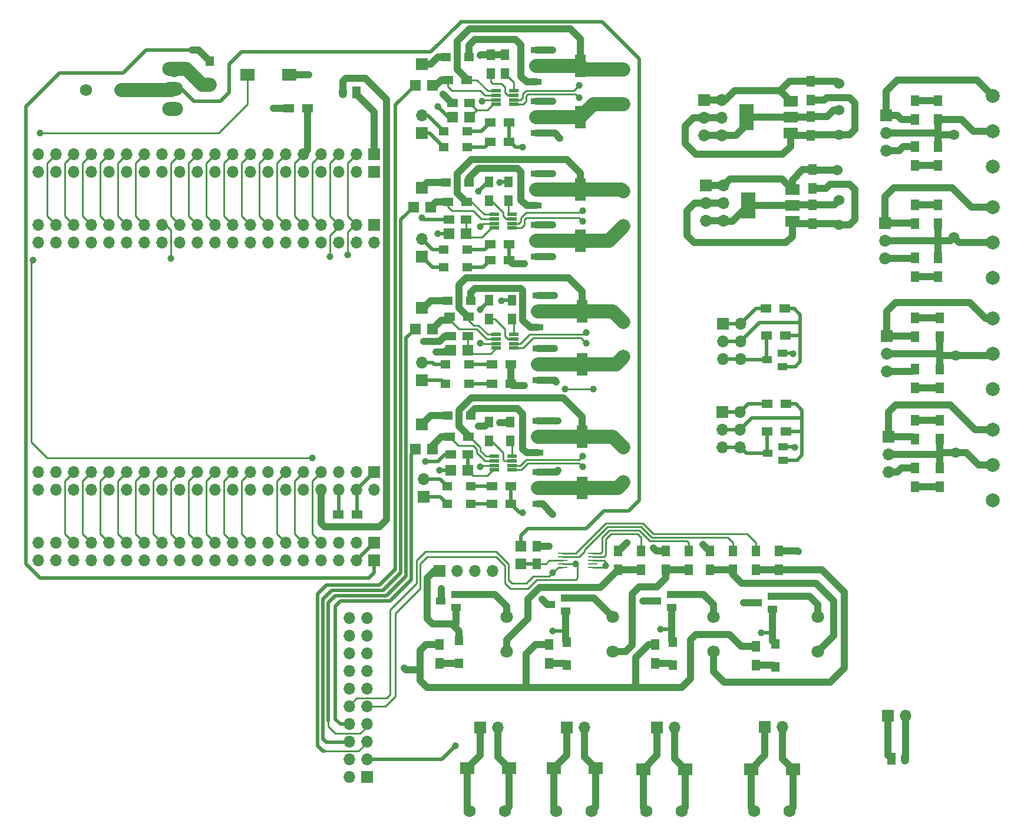
<source format=gbr>
G04 #@! TF.FileFunction,Copper,L1,Top,Signal*
%FSLAX46Y46*%
G04 Gerber Fmt 4.6, Leading zero omitted, Abs format (unit mm)*
G04 Created by KiCad (PCBNEW 4.0.7) date 11/06/17 02:09:46*
%MOMM*%
%LPD*%
G01*
G04 APERTURE LIST*
%ADD10C,0.100000*%
%ADD11R,1.500000X1.250000*%
%ADD12R,1.250000X1.500000*%
%ADD13R,1.300000X1.500000*%
%ADD14R,1.350000X1.200000*%
%ADD15R,1.200000X1.350000*%
%ADD16R,1.700000X1.700000*%
%ADD17O,1.700000X1.700000*%
%ADD18R,1.200000X1.700000*%
%ADD19O,1.200000X1.700000*%
%ADD20R,2.000000X3.800000*%
%ADD21R,2.000000X1.500000*%
%ADD22R,1.400000X1.000000*%
%ADD23R,1.625600X0.889000*%
%ADD24R,1.625600X3.175000*%
%ADD25R,1.500000X1.300000*%
%ADD26C,1.800000*%
%ADD27C,1.524000*%
%ADD28R,1.320800X0.508000*%
%ADD29R,1.422400X0.279400*%
%ADD30R,2.000000X1.800000*%
%ADD31O,3.000000X2.000000*%
%ADD32R,1.500000X1.500000*%
%ADD33C,1.750000*%
%ADD34C,2.000000*%
%ADD35C,1.000000*%
%ADD36C,1.000000*%
%ADD37C,0.500000*%
%ADD38C,0.254000*%
%ADD39C,0.250000*%
%ADD40C,2.000000*%
G04 APERTURE END LIST*
D10*
D11*
X87396000Y-33020000D03*
X89896000Y-33020000D03*
X86888000Y-49784000D03*
X89388000Y-49784000D03*
X87142000Y-66548000D03*
X89642000Y-66548000D03*
X87142000Y-83566000D03*
X89642000Y-83566000D03*
D12*
X99568000Y-99294000D03*
X99568000Y-96794000D03*
D13*
X157226000Y-35386000D03*
X157226000Y-32686000D03*
X157226000Y-50372000D03*
X157226000Y-47672000D03*
X157480000Y-66628000D03*
X157480000Y-63928000D03*
X157480000Y-81360000D03*
X157480000Y-78660000D03*
X157226000Y-41990000D03*
X157226000Y-39290000D03*
X157226000Y-57992000D03*
X157226000Y-55292000D03*
X157480000Y-73994000D03*
X157480000Y-71294000D03*
X157480000Y-88218000D03*
X157480000Y-85518000D03*
D14*
X86184000Y-37084000D03*
X89534000Y-37084000D03*
X86184000Y-54102000D03*
X89534000Y-54102000D03*
X86438000Y-70612000D03*
X89788000Y-70612000D03*
X86692000Y-88138000D03*
X90042000Y-88138000D03*
D15*
X88392000Y-110314000D03*
X88392000Y-113664000D03*
X103886000Y-110568000D03*
X103886000Y-113918000D03*
X119126000Y-110568000D03*
X119126000Y-113918000D03*
X133858000Y-110822000D03*
X133858000Y-114172000D03*
X52578000Y-30402000D03*
X52578000Y-27052000D03*
D14*
X89838000Y-26416000D03*
X86488000Y-26416000D03*
X89838000Y-44450000D03*
X86488000Y-44450000D03*
X90092000Y-61468000D03*
X86742000Y-61468000D03*
X90092000Y-77978000D03*
X86742000Y-77978000D03*
D16*
X75120500Y-129984500D03*
D17*
X72580500Y-129984500D03*
X75120500Y-127444500D03*
X72580500Y-127444500D03*
X75120500Y-124904500D03*
X72580500Y-124904500D03*
X75120500Y-122364500D03*
X72580500Y-122364500D03*
X75120500Y-119824500D03*
X72580500Y-119824500D03*
X75120500Y-117284500D03*
X72580500Y-117284500D03*
X75120500Y-114744500D03*
X72580500Y-114744500D03*
X75120500Y-112204500D03*
X72580500Y-112204500D03*
X75120500Y-109664500D03*
X72580500Y-109664500D03*
X75120500Y-107124500D03*
X72580500Y-107124500D03*
D16*
X149733000Y-34798000D03*
D17*
X149733000Y-37338000D03*
X149733000Y-39878000D03*
D16*
X149606000Y-50292000D03*
D17*
X149606000Y-52832000D03*
X149606000Y-55372000D03*
D16*
X149860000Y-66548000D03*
D17*
X149860000Y-69088000D03*
X149860000Y-71628000D03*
D16*
X150114000Y-81026000D03*
D17*
X150114000Y-83566000D03*
X150114000Y-86106000D03*
D16*
X123545600Y-32613600D03*
D17*
X126085600Y-32613600D03*
X123545600Y-35153600D03*
X126085600Y-35153600D03*
X123545600Y-37693600D03*
X126085600Y-37693600D03*
D16*
X123799600Y-44907200D03*
D17*
X126339600Y-44907200D03*
X123799600Y-47447200D03*
X126339600Y-47447200D03*
X123799600Y-49987200D03*
X126339600Y-49987200D03*
D16*
X126301500Y-64782700D03*
D17*
X128841500Y-64782700D03*
X126301500Y-67322700D03*
X128841500Y-67322700D03*
X126301500Y-69862700D03*
X128841500Y-69862700D03*
D16*
X126238000Y-77470000D03*
D17*
X128778000Y-77470000D03*
X126238000Y-80010000D03*
X128778000Y-80010000D03*
X126238000Y-82550000D03*
X128778000Y-82550000D03*
D16*
X76200000Y-40386000D03*
D17*
X73660000Y-40386000D03*
X71120000Y-40386000D03*
X68580000Y-40386000D03*
X66040000Y-40386000D03*
X63500000Y-40386000D03*
X60960000Y-40386000D03*
X58420000Y-40386000D03*
X55880000Y-40386000D03*
X53340000Y-40386000D03*
X50800000Y-40386000D03*
X48260000Y-40386000D03*
X45720000Y-40386000D03*
X43180000Y-40386000D03*
X40640000Y-40386000D03*
X38100000Y-40386000D03*
X35560000Y-40386000D03*
X33020000Y-40386000D03*
X30480000Y-40386000D03*
X27940000Y-40386000D03*
D16*
X76200000Y-42926000D03*
D17*
X73660000Y-42926000D03*
X71120000Y-42926000D03*
X68580000Y-42926000D03*
X66040000Y-42926000D03*
X63500000Y-42926000D03*
X60960000Y-42926000D03*
X58420000Y-42926000D03*
X55880000Y-42926000D03*
X53340000Y-42926000D03*
X50800000Y-42926000D03*
X48260000Y-42926000D03*
X45720000Y-42926000D03*
X43180000Y-42926000D03*
X40640000Y-42926000D03*
X38100000Y-42926000D03*
X35560000Y-42926000D03*
X33020000Y-42926000D03*
X30480000Y-42926000D03*
X27940000Y-42926000D03*
D16*
X76200000Y-50546000D03*
D17*
X76200000Y-53086000D03*
X73660000Y-50546000D03*
X73660000Y-53086000D03*
X71120000Y-50546000D03*
X71120000Y-53086000D03*
X68580000Y-50546000D03*
X68580000Y-53086000D03*
X66040000Y-50546000D03*
X66040000Y-53086000D03*
X63500000Y-50546000D03*
X63500000Y-53086000D03*
X60960000Y-50546000D03*
X60960000Y-53086000D03*
X58420000Y-50546000D03*
X58420000Y-53086000D03*
X55880000Y-50546000D03*
X55880000Y-53086000D03*
X53340000Y-50546000D03*
X53340000Y-53086000D03*
X50800000Y-50546000D03*
X50800000Y-53086000D03*
X48260000Y-50546000D03*
X48260000Y-53086000D03*
X45720000Y-50546000D03*
X45720000Y-53086000D03*
X43180000Y-50546000D03*
X43180000Y-53086000D03*
X40640000Y-50546000D03*
X40640000Y-53086000D03*
X38100000Y-50546000D03*
X38100000Y-53086000D03*
X35560000Y-50546000D03*
X35560000Y-53086000D03*
X33020000Y-50546000D03*
X33020000Y-53086000D03*
X30480000Y-50546000D03*
X30480000Y-53086000D03*
X27940000Y-50546000D03*
X27940000Y-53086000D03*
D16*
X76200000Y-96266000D03*
D17*
X73660000Y-96266000D03*
X71120000Y-96266000D03*
X68580000Y-96266000D03*
X66040000Y-96266000D03*
X63500000Y-96266000D03*
X60960000Y-96266000D03*
X58420000Y-96266000D03*
X55880000Y-96266000D03*
X53340000Y-96266000D03*
X50800000Y-96266000D03*
X48260000Y-96266000D03*
X45720000Y-96266000D03*
X43180000Y-96266000D03*
X40640000Y-96266000D03*
X38100000Y-96266000D03*
X35560000Y-96266000D03*
X33020000Y-96266000D03*
X30480000Y-96266000D03*
X27940000Y-96266000D03*
D16*
X76200000Y-98806000D03*
D17*
X73660000Y-98806000D03*
X71120000Y-98806000D03*
X68580000Y-98806000D03*
X66040000Y-98806000D03*
X63500000Y-98806000D03*
X60960000Y-98806000D03*
X58420000Y-98806000D03*
X55880000Y-98806000D03*
X53340000Y-98806000D03*
X50800000Y-98806000D03*
X48260000Y-98806000D03*
X45720000Y-98806000D03*
X43180000Y-98806000D03*
X40640000Y-98806000D03*
X38100000Y-98806000D03*
X35560000Y-98806000D03*
X33020000Y-98806000D03*
X30480000Y-98806000D03*
X27940000Y-98806000D03*
D16*
X76200000Y-86106000D03*
D17*
X76200000Y-88646000D03*
X73660000Y-86106000D03*
X73660000Y-88646000D03*
X71120000Y-86106000D03*
X71120000Y-88646000D03*
X68580000Y-86106000D03*
X68580000Y-88646000D03*
X66040000Y-86106000D03*
X66040000Y-88646000D03*
X63500000Y-86106000D03*
X63500000Y-88646000D03*
X60960000Y-86106000D03*
X60960000Y-88646000D03*
X58420000Y-86106000D03*
X58420000Y-88646000D03*
X55880000Y-86106000D03*
X55880000Y-88646000D03*
X53340000Y-86106000D03*
X53340000Y-88646000D03*
X50800000Y-86106000D03*
X50800000Y-88646000D03*
X48260000Y-86106000D03*
X48260000Y-88646000D03*
X45720000Y-86106000D03*
X45720000Y-88646000D03*
X43180000Y-86106000D03*
X43180000Y-88646000D03*
X40640000Y-86106000D03*
X40640000Y-88646000D03*
X38100000Y-86106000D03*
X38100000Y-88646000D03*
X35560000Y-86106000D03*
X35560000Y-88646000D03*
X33020000Y-86106000D03*
X33020000Y-88646000D03*
X30480000Y-86106000D03*
X30480000Y-88646000D03*
X27940000Y-86106000D03*
X27940000Y-88646000D03*
D18*
X73660000Y-31496000D03*
D19*
X71660000Y-31496000D03*
D16*
X83058000Y-37338000D03*
D17*
X83058000Y-34798000D03*
D16*
X83058000Y-55118000D03*
D17*
X83058000Y-52578000D03*
D16*
X83058000Y-72898000D03*
D17*
X83058000Y-70358000D03*
D16*
X83312000Y-89662000D03*
D17*
X83312000Y-87122000D03*
D16*
X85598000Y-100330000D03*
D17*
X88138000Y-100330000D03*
X90678000Y-100330000D03*
X93218000Y-100330000D03*
D20*
X129692000Y-35052000D03*
D21*
X135992000Y-35052000D03*
X135992000Y-32752000D03*
X135992000Y-37352000D03*
D20*
X129946000Y-47752000D03*
D21*
X136246000Y-47752000D03*
X136246000Y-45452000D03*
X136246000Y-50052000D03*
D22*
X132631000Y-69977000D03*
X134831000Y-69027000D03*
X134831000Y-70927000D03*
X132758000Y-83439000D03*
X134958000Y-82489000D03*
X134958000Y-84389000D03*
D23*
X99415600Y-32740600D03*
X99415600Y-35052000D03*
X99415600Y-37363400D03*
D24*
X105816400Y-35052000D03*
D23*
X99415600Y-50520600D03*
X99415600Y-52832000D03*
X99415600Y-55143400D03*
D24*
X105816400Y-52832000D03*
D23*
X99415600Y-25374600D03*
X99415600Y-27686000D03*
X99415600Y-29997400D03*
D24*
X105816400Y-27686000D03*
D23*
X99415600Y-43154600D03*
X99415600Y-45466000D03*
X99415600Y-47777400D03*
D24*
X105816400Y-45466000D03*
D23*
X99669600Y-68300600D03*
X99669600Y-70612000D03*
X99669600Y-72923400D03*
D24*
X106070400Y-70612000D03*
D23*
X99669600Y-86080600D03*
X99669600Y-88392000D03*
X99669600Y-90703400D03*
D24*
X106070400Y-88392000D03*
D23*
X99669600Y-60680600D03*
X99669600Y-62992000D03*
X99669600Y-65303400D03*
D24*
X106070400Y-62992000D03*
D23*
X99669600Y-78714600D03*
X99669600Y-81026000D03*
X99669600Y-83337400D03*
D24*
X106070400Y-81026000D03*
D22*
X85768000Y-104648000D03*
X87968000Y-103698000D03*
X87968000Y-105598000D03*
X101516000Y-105156000D03*
X103716000Y-104206000D03*
X103716000Y-106106000D03*
X116756000Y-104648000D03*
X118956000Y-103698000D03*
X118956000Y-105598000D03*
X131234000Y-104902000D03*
X133434000Y-103952000D03*
X133434000Y-105852000D03*
D13*
X153924000Y-32686000D03*
X153924000Y-35386000D03*
X153924000Y-47672000D03*
X153924000Y-50372000D03*
X153924000Y-63928000D03*
X153924000Y-66628000D03*
X153924000Y-78660000D03*
X153924000Y-81360000D03*
X153924000Y-39290000D03*
X153924000Y-41990000D03*
X153924000Y-55292000D03*
X153924000Y-57992000D03*
X153924000Y-71294000D03*
X153924000Y-73994000D03*
X153924000Y-85518000D03*
X153924000Y-88218000D03*
X138938000Y-37672000D03*
X138938000Y-34972000D03*
X138938000Y-29892000D03*
X138938000Y-32592000D03*
X139192000Y-50372000D03*
X139192000Y-47672000D03*
X139192000Y-42592000D03*
X139192000Y-45292000D03*
D25*
X135208000Y-62611000D03*
X132508000Y-62611000D03*
X132571500Y-66459100D03*
X135271500Y-66459100D03*
X135335000Y-76327000D03*
X132635000Y-76327000D03*
X132635000Y-80264000D03*
X135335000Y-80264000D03*
X71040000Y-92202000D03*
X73740000Y-92202000D03*
X92884000Y-35814000D03*
X95584000Y-35814000D03*
X92884000Y-53340000D03*
X95584000Y-53340000D03*
D26*
X112014000Y-33234000D03*
X112014000Y-28234000D03*
X112014000Y-50760000D03*
X112014000Y-45760000D03*
D25*
X89488000Y-29718000D03*
X86788000Y-29718000D03*
X89488000Y-47244000D03*
X86788000Y-47244000D03*
D13*
X92964000Y-28782000D03*
X92964000Y-26082000D03*
X92710000Y-47070000D03*
X92710000Y-44370000D03*
X94996000Y-28782000D03*
X94996000Y-26082000D03*
X95504000Y-47070000D03*
X95504000Y-44370000D03*
D25*
X93138000Y-70612000D03*
X95838000Y-70612000D03*
X93138000Y-88138000D03*
X95838000Y-88138000D03*
D26*
X112014000Y-69556000D03*
X112014000Y-64556000D03*
X112014000Y-87590000D03*
X112014000Y-82590000D03*
D25*
X89742000Y-63754000D03*
X87042000Y-63754000D03*
X89742000Y-81026000D03*
X87042000Y-81026000D03*
D13*
X92710000Y-64088000D03*
X92710000Y-61388000D03*
X92710000Y-81614000D03*
X92710000Y-78914000D03*
X96012000Y-64088000D03*
X96012000Y-61388000D03*
X95758000Y-81614000D03*
X95758000Y-78914000D03*
X85598000Y-113618000D03*
X85598000Y-110918000D03*
X101346000Y-113618000D03*
X101346000Y-110918000D03*
X116586000Y-113618000D03*
X116586000Y-110918000D03*
X131064000Y-113872000D03*
X131064000Y-111172000D03*
D26*
X95250000Y-106974000D03*
X95250000Y-111974000D03*
X110490000Y-106974000D03*
X110490000Y-111974000D03*
X124968000Y-106974000D03*
X124968000Y-111974000D03*
X139954000Y-106974000D03*
X139954000Y-111974000D03*
D13*
X111252000Y-97456000D03*
X111252000Y-100156000D03*
X118110000Y-97456000D03*
X118110000Y-100156000D03*
X134366000Y-97456000D03*
X134366000Y-100156000D03*
X124460000Y-97456000D03*
X124460000Y-100156000D03*
X114554000Y-100156000D03*
X114554000Y-97456000D03*
X121412000Y-100156000D03*
X121412000Y-97456000D03*
X131064000Y-100156000D03*
X131064000Y-97456000D03*
X127762000Y-100156000D03*
X127762000Y-97456000D03*
D27*
X159512000Y-37592000D03*
X159512000Y-52324000D03*
X159766000Y-69342000D03*
X159766000Y-83312000D03*
X143002000Y-37592000D03*
X143002000Y-50546000D03*
X143002000Y-34036000D03*
X143002000Y-30226000D03*
X143002000Y-46990000D03*
X142748000Y-42672000D03*
D28*
X93726000Y-31292800D03*
X93726000Y-31927800D03*
X93726000Y-32588200D03*
X93726000Y-33223200D03*
X96266000Y-33223200D03*
X96266000Y-32588200D03*
X96266000Y-31927800D03*
X96266000Y-31292800D03*
X93472000Y-49072800D03*
X93472000Y-49707800D03*
X93472000Y-50368200D03*
X93472000Y-51003200D03*
X96012000Y-51003200D03*
X96012000Y-50368200D03*
X96012000Y-49707800D03*
X96012000Y-49072800D03*
X93726000Y-66344800D03*
X93726000Y-66979800D03*
X93726000Y-67640200D03*
X93726000Y-68275200D03*
X96266000Y-68275200D03*
X96266000Y-67640200D03*
X96266000Y-66979800D03*
X96266000Y-66344800D03*
X93472000Y-83870800D03*
X93472000Y-84505800D03*
X93472000Y-85166200D03*
X93472000Y-85801200D03*
X96012000Y-85801200D03*
X96012000Y-85166200D03*
X96012000Y-84505800D03*
X96012000Y-83870800D03*
D29*
X107594400Y-99796600D03*
X107594400Y-99314000D03*
X107594400Y-98806000D03*
X107594400Y-98298000D03*
X107594400Y-97815400D03*
X103225600Y-97815400D03*
X103225600Y-98298000D03*
X103225600Y-98806000D03*
X103225600Y-99314000D03*
X103225600Y-99796600D03*
D14*
X86184000Y-39370000D03*
X89534000Y-39370000D03*
X86184000Y-56642000D03*
X89534000Y-56642000D03*
X86438000Y-73406000D03*
X89788000Y-73406000D03*
X86692000Y-90678000D03*
X90042000Y-90678000D03*
D25*
X92884000Y-38608000D03*
X95584000Y-38608000D03*
X92884000Y-55626000D03*
X95584000Y-55626000D03*
X93138000Y-73406000D03*
X95838000Y-73406000D03*
X93138000Y-90678000D03*
X95838000Y-90678000D03*
D16*
X116840000Y-122872500D03*
D17*
X119380000Y-122872500D03*
D16*
X91440000Y-122872500D03*
D17*
X93980000Y-122872500D03*
D16*
X103886000Y-122872500D03*
D17*
X106426000Y-122872500D03*
D16*
X132334000Y-122745500D03*
D17*
X134874000Y-122745500D03*
D16*
X83058000Y-27432000D03*
X83058000Y-45212000D03*
X83058000Y-62484000D03*
X83058000Y-79248000D03*
D30*
X114856000Y-128841500D03*
X120856000Y-128841500D03*
X89583000Y-128714500D03*
X95583000Y-128714500D03*
X102029000Y-128714500D03*
X108029000Y-128714500D03*
X130350000Y-128841500D03*
X136350000Y-128841500D03*
D31*
X47244000Y-33888000D03*
X47244000Y-30988000D03*
X47244000Y-28088000D03*
D30*
X57960000Y-28956000D03*
X63960000Y-28956000D03*
D32*
X87396000Y-35052000D03*
X89896000Y-35052000D03*
X86888000Y-51816000D03*
X89388000Y-51816000D03*
X87142000Y-68580000D03*
X89642000Y-68580000D03*
X87142000Y-85852000D03*
X89642000Y-85852000D03*
X97282000Y-96794000D03*
X97282000Y-99294000D03*
D18*
X150495000Y-127381000D03*
D19*
X152495000Y-127381000D03*
D16*
X149987000Y-121158000D03*
D17*
X152527000Y-121158000D03*
D25*
X63928000Y-33782000D03*
X66628000Y-33782000D03*
D33*
X34734500Y-31178500D03*
X39814500Y-31178500D03*
X115316000Y-134874000D03*
X120396000Y-134874000D03*
X89916000Y-134874000D03*
X94996000Y-134874000D03*
X102362000Y-134874000D03*
X107442000Y-134874000D03*
X130810000Y-134874000D03*
X135890000Y-134874000D03*
D32*
X84562000Y-30480000D03*
X82062000Y-30480000D03*
X84308000Y-48006000D03*
X81808000Y-48006000D03*
X84562000Y-65532000D03*
X82062000Y-65532000D03*
X84562000Y-82804000D03*
X82062000Y-82804000D03*
D34*
X165100000Y-32004000D03*
X165100000Y-37084000D03*
X165100000Y-42164000D03*
X165100000Y-48006000D03*
X165100000Y-53086000D03*
X165100000Y-58166000D03*
X165100000Y-64008000D03*
X165100000Y-69088000D03*
X165100000Y-74168000D03*
X165100000Y-80010000D03*
X165100000Y-85090000D03*
X165100000Y-90170000D03*
D35*
X101854000Y-92202000D03*
X101346000Y-96774000D03*
X46990000Y-55372000D03*
X61722000Y-33782000D03*
X66802000Y-28956000D03*
X94234000Y-78994000D03*
X83566000Y-84582000D03*
X91440000Y-85344000D03*
X102362000Y-73152000D03*
X83312000Y-67310000D03*
X91440000Y-67564000D03*
X94488000Y-61468000D03*
X83058000Y-49530000D03*
X101854000Y-55118000D03*
X91440000Y-50800000D03*
X94234000Y-44450000D03*
X86106000Y-31750000D03*
X102870000Y-38100000D03*
X91694000Y-32766000D03*
X91440000Y-26162000D03*
X85852000Y-102870000D03*
X109474000Y-99568000D03*
X100330000Y-104394000D03*
X112522000Y-96266000D03*
X116332000Y-97028000D03*
X114808000Y-104648000D03*
X123444000Y-96520000D03*
X129286000Y-104902000D03*
X137160000Y-97536000D03*
X82804000Y-112014000D03*
X80518000Y-114300000D03*
X97536000Y-91948000D03*
X85598000Y-85852000D03*
X97790000Y-73660000D03*
X85090000Y-68834000D03*
X85344000Y-51816000D03*
X97790000Y-56134000D03*
X91186000Y-45720000D03*
X97536000Y-39370000D03*
X85344000Y-33528000D03*
X101854000Y-25400000D03*
X101854000Y-43180000D03*
X102108000Y-60706000D03*
X102616000Y-78740000D03*
X101854000Y-108966000D03*
X117348000Y-108712000D03*
X131826000Y-109220000D03*
X87884000Y-125476000D03*
X106172000Y-83820000D03*
X106680000Y-66040000D03*
X106172000Y-48514000D03*
X105664000Y-30480000D03*
X91440000Y-62738000D03*
X105156000Y-99314000D03*
X103632000Y-74168000D03*
X107696000Y-74168000D03*
X106172000Y-85344000D03*
X106680000Y-67564000D03*
X106172000Y-50038000D03*
X105664000Y-32258000D03*
X91186000Y-79502000D03*
X101854000Y-100584000D03*
X69850000Y-55118000D03*
X72390000Y-54864000D03*
X136398000Y-69088000D03*
X136652000Y-82550000D03*
X27178000Y-55626000D03*
X28194000Y-37338000D03*
X67310000Y-84074000D03*
X101854000Y-32766000D03*
X101854000Y-50546000D03*
X102108000Y-68326000D03*
X102616000Y-85852000D03*
D36*
X99669600Y-90703400D02*
X100355400Y-90703400D01*
X100355400Y-90703400D02*
X101854000Y-92202000D01*
X99568000Y-96794000D02*
X99588000Y-96774000D01*
X99588000Y-96774000D02*
X101346000Y-96774000D01*
X73660000Y-31496000D02*
X73660000Y-31750000D01*
X73660000Y-31750000D02*
X76200000Y-34290000D01*
X76200000Y-34290000D02*
X76200000Y-40386000D01*
D37*
X86888000Y-49784000D02*
X83312000Y-49784000D01*
X83312000Y-49784000D02*
X83058000Y-49530000D01*
D38*
X45720000Y-50546000D02*
X46228000Y-50546000D01*
X46228000Y-50546000D02*
X46990000Y-51308000D01*
X46990000Y-51308000D02*
X46990000Y-55372000D01*
D37*
X73740000Y-92202000D02*
X73740000Y-88726000D01*
X73740000Y-88726000D02*
X73660000Y-88646000D01*
X73660000Y-88646000D02*
X76200000Y-86106000D01*
X73660000Y-98806000D02*
X76200000Y-96266000D01*
D36*
X63928000Y-33782000D02*
X61722000Y-33782000D01*
X63960000Y-28956000D02*
X66802000Y-28956000D01*
X95758000Y-78914000D02*
X95678000Y-78994000D01*
X95678000Y-78994000D02*
X94234000Y-78994000D01*
D37*
X87142000Y-83566000D02*
X86360000Y-83566000D01*
X86360000Y-83566000D02*
X85344000Y-84582000D01*
X85344000Y-84582000D02*
X83566000Y-84582000D01*
D38*
X93472000Y-85166200D02*
X91617800Y-85166200D01*
X91617800Y-85166200D02*
X91440000Y-85344000D01*
D36*
X99669600Y-72923400D02*
X102133400Y-72923400D01*
X102133400Y-72923400D02*
X102362000Y-73152000D01*
X87142000Y-66548000D02*
X86360000Y-66548000D01*
X86360000Y-66548000D02*
X85598000Y-67310000D01*
X85598000Y-67310000D02*
X83312000Y-67310000D01*
D39*
X93726000Y-67640200D02*
X91516200Y-67640200D01*
X91516200Y-67640200D02*
X91440000Y-67564000D01*
D37*
X96012000Y-61388000D02*
X94568000Y-61388000D01*
X94568000Y-61388000D02*
X94488000Y-61468000D01*
D36*
X99415600Y-55143400D02*
X101828600Y-55143400D01*
X101828600Y-55143400D02*
X101854000Y-55118000D01*
D38*
X93472000Y-50368200D02*
X91871800Y-50368200D01*
X91871800Y-50368200D02*
X91440000Y-50800000D01*
D37*
X95504000Y-44370000D02*
X94314000Y-44370000D01*
X94314000Y-44370000D02*
X94234000Y-44450000D01*
D36*
X87396000Y-33020000D02*
X87376000Y-33020000D01*
X87376000Y-33020000D02*
X86106000Y-31750000D01*
X99415600Y-37363400D02*
X102133400Y-37363400D01*
X102133400Y-37363400D02*
X102870000Y-38100000D01*
D39*
X93726000Y-32588200D02*
X91871800Y-32588200D01*
X91871800Y-32588200D02*
X91694000Y-32766000D01*
D38*
X91440000Y-26162000D02*
X91520000Y-26082000D01*
D36*
X92964000Y-26082000D02*
X91520000Y-26082000D01*
X91520000Y-26082000D02*
X91440000Y-26162000D01*
X92964000Y-26082000D02*
X94996000Y-26082000D01*
X85768000Y-104648000D02*
X85598000Y-104648000D01*
X85598000Y-104648000D02*
X85852000Y-104140000D01*
X85852000Y-104140000D02*
X85852000Y-102870000D01*
D39*
X107594400Y-99796600D02*
X109245400Y-99796600D01*
X109220000Y-98806000D02*
X109474000Y-99060000D01*
X109474000Y-99060000D02*
X109474000Y-99568000D01*
X109220000Y-98806000D02*
X107594400Y-98806000D01*
X109245400Y-99796600D02*
X109474000Y-99568000D01*
D36*
X101516000Y-105156000D02*
X101092000Y-105156000D01*
X101092000Y-105156000D02*
X100330000Y-104394000D01*
X111252000Y-97456000D02*
X111332000Y-97456000D01*
X111332000Y-97456000D02*
X112522000Y-96266000D01*
X118110000Y-97456000D02*
X116760000Y-97456000D01*
X116760000Y-97456000D02*
X116332000Y-97028000D01*
X116756000Y-104648000D02*
X114808000Y-104648000D01*
X124460000Y-97456000D02*
X124380000Y-97456000D01*
X124380000Y-97456000D02*
X123444000Y-96520000D01*
X131234000Y-104902000D02*
X129286000Y-104902000D01*
X134366000Y-97456000D02*
X137080000Y-97456000D01*
X137080000Y-97456000D02*
X137160000Y-97536000D01*
X150114000Y-86106000D02*
X151384000Y-86106000D01*
X151972000Y-85518000D02*
X153924000Y-85518000D01*
X151384000Y-86106000D02*
X151972000Y-85518000D01*
X149860000Y-71628000D02*
X153590000Y-71628000D01*
X153590000Y-71628000D02*
X153924000Y-71294000D01*
X149606000Y-55372000D02*
X153844000Y-55372000D01*
X153844000Y-55372000D02*
X153924000Y-55292000D01*
X149733000Y-39878000D02*
X151638000Y-39878000D01*
X152226000Y-39290000D02*
X153924000Y-39290000D01*
X151638000Y-39878000D02*
X152226000Y-39290000D01*
D39*
X89896000Y-35052000D02*
X90912000Y-34036000D01*
X93726000Y-33223200D02*
X93268800Y-33223200D01*
X93268800Y-33223200D02*
X92456000Y-34036000D01*
X92456000Y-34036000D02*
X90912000Y-34036000D01*
X90912000Y-34036000D02*
X89896000Y-33020000D01*
D38*
X89388000Y-51816000D02*
X89408000Y-51816000D01*
X89408000Y-51816000D02*
X89916000Y-52324000D01*
X89916000Y-52324000D02*
X91694000Y-52324000D01*
X91694000Y-52324000D02*
X93014800Y-51003200D01*
X93014800Y-51003200D02*
X93472000Y-51003200D01*
X89388000Y-49784000D02*
X89388000Y-51816000D01*
X89642000Y-68580000D02*
X89916000Y-68580000D01*
X89916000Y-68580000D02*
X90424000Y-69088000D01*
X90424000Y-69088000D02*
X92913200Y-69088000D01*
X92913200Y-69088000D02*
X93726000Y-68275200D01*
X89642000Y-66548000D02*
X89642000Y-68580000D01*
D37*
X89642000Y-83566000D02*
X89642000Y-85852000D01*
D39*
X93472000Y-85801200D02*
X93268800Y-85801200D01*
X93268800Y-85801200D02*
X92456000Y-86614000D01*
X92456000Y-86614000D02*
X90404000Y-86614000D01*
X90404000Y-86614000D02*
X89642000Y-85852000D01*
D37*
X88580002Y-21401998D02*
X88646000Y-21336000D01*
X109220000Y-91694000D02*
X112776000Y-91694000D01*
X106680000Y-94234000D02*
X109220000Y-91694000D01*
X98298000Y-94234000D02*
X106680000Y-94234000D01*
X97282000Y-95250000D02*
X98298000Y-94234000D01*
X97282000Y-96794000D02*
X97282000Y-95250000D01*
X50292000Y-32766000D02*
X48514000Y-30988000D01*
X54102000Y-32766000D02*
X50292000Y-32766000D01*
X55372000Y-31496000D02*
X54102000Y-32766000D01*
X55372000Y-27432000D02*
X55372000Y-31496000D01*
X57150000Y-25654000D02*
X55372000Y-27432000D01*
X84328000Y-25654000D02*
X57150000Y-25654000D01*
X88580002Y-21401998D02*
X84328000Y-25654000D01*
X114300000Y-26670000D02*
X109031998Y-21401998D01*
X114300000Y-90170000D02*
X112776000Y-91694000D01*
X114300000Y-26670000D02*
X114300000Y-90170000D01*
X108966000Y-21336000D02*
X109031998Y-21401998D01*
X88646000Y-21336000D02*
X108966000Y-21336000D01*
X48514000Y-30988000D02*
X47244000Y-30988000D01*
D40*
X47244000Y-30988000D02*
X47053500Y-31178500D01*
X47053500Y-31178500D02*
X39814500Y-31178500D01*
D36*
X159512000Y-37592000D02*
X157480000Y-37592000D01*
X157480000Y-37592000D02*
X157226000Y-37338000D01*
X149733000Y-37338000D02*
X157226000Y-37338000D01*
X157226000Y-38782000D02*
X157226000Y-37338000D01*
X157226000Y-37338000D02*
X157226000Y-35386000D01*
X157226000Y-35386000D02*
X160608000Y-35386000D01*
X162306000Y-37084000D02*
X165100000Y-37084000D01*
X160608000Y-35386000D02*
X162306000Y-37084000D01*
X153924000Y-32686000D02*
X157226000Y-32686000D01*
X165100000Y-53086000D02*
X160274000Y-53086000D01*
X160274000Y-53086000D02*
X159512000Y-52324000D01*
X157226000Y-52832000D02*
X159004000Y-52832000D01*
X159004000Y-52832000D02*
X159512000Y-52324000D01*
X149606000Y-52832000D02*
X157226000Y-52832000D01*
X157226000Y-52832000D02*
X157226000Y-52578000D01*
X157226000Y-50372000D02*
X157226000Y-52578000D01*
X157226000Y-52578000D02*
X157226000Y-55292000D01*
X153924000Y-47672000D02*
X157226000Y-47672000D01*
X159766000Y-69342000D02*
X164846000Y-69342000D01*
X164846000Y-69342000D02*
X165100000Y-69088000D01*
X149860000Y-69088000D02*
X157226000Y-69088000D01*
X157226000Y-69088000D02*
X157480000Y-69342000D01*
X157480000Y-69342000D02*
X159766000Y-69342000D01*
X157480000Y-66628000D02*
X157480000Y-69342000D01*
X157480000Y-69342000D02*
X157480000Y-71294000D01*
X153924000Y-63928000D02*
X157480000Y-63928000D01*
X159766000Y-83312000D02*
X161290000Y-83312000D01*
X163068000Y-85090000D02*
X165100000Y-85090000D01*
X161290000Y-83312000D02*
X163068000Y-85090000D01*
X159766000Y-83312000D02*
X157734000Y-83312000D01*
X157734000Y-83312000D02*
X157480000Y-83566000D01*
X157480000Y-83566000D02*
X150114000Y-83566000D01*
X157480000Y-81360000D02*
X157480000Y-83566000D01*
X157480000Y-83566000D02*
X157480000Y-85010000D01*
X153924000Y-78660000D02*
X157480000Y-78660000D01*
X153924000Y-41990000D02*
X157226000Y-41990000D01*
X153924000Y-57992000D02*
X157226000Y-57992000D01*
X153924000Y-73994000D02*
X157480000Y-73994000D01*
X153924000Y-88218000D02*
X157480000Y-88218000D01*
X66628000Y-33782000D02*
X66628000Y-39798000D01*
X66628000Y-39798000D02*
X66040000Y-40386000D01*
X82804000Y-112014000D02*
X82804000Y-111760000D01*
X80518000Y-114300000D02*
X80772000Y-114554000D01*
X80772000Y-114554000D02*
X82804000Y-114554000D01*
D38*
X66040000Y-40386000D02*
X64770000Y-41656000D01*
X64770000Y-41656000D02*
X64770000Y-49276000D01*
X64770000Y-49276000D02*
X66040000Y-50546000D01*
D37*
X95838000Y-88138000D02*
X95838000Y-90678000D01*
X95838000Y-90678000D02*
X97108000Y-91948000D01*
X97108000Y-91948000D02*
X97536000Y-91948000D01*
X87142000Y-85852000D02*
X85598000Y-85852000D01*
D36*
X95838000Y-70612000D02*
X95838000Y-73406000D01*
X95838000Y-73406000D02*
X96092000Y-73660000D01*
X96092000Y-73660000D02*
X97790000Y-73660000D01*
X87142000Y-68580000D02*
X86614000Y-68580000D01*
X86614000Y-68580000D02*
X86360000Y-68834000D01*
X86360000Y-68834000D02*
X85090000Y-68834000D01*
X95584000Y-55626000D02*
X96092000Y-56134000D01*
X96092000Y-56134000D02*
X97790000Y-56134000D01*
D37*
X86888000Y-51816000D02*
X85344000Y-51816000D01*
X95584000Y-53340000D02*
X95584000Y-55626000D01*
X95584000Y-55626000D02*
X95838000Y-55880000D01*
X92710000Y-44370000D02*
X92536000Y-44370000D01*
X92536000Y-44370000D02*
X91186000Y-45720000D01*
X95584000Y-38608000D02*
X95758000Y-38608000D01*
X95758000Y-38608000D02*
X96520000Y-39370000D01*
X96520000Y-39370000D02*
X97536000Y-39370000D01*
X95584000Y-35814000D02*
X95584000Y-38608000D01*
X87396000Y-35052000D02*
X86868000Y-35052000D01*
X86868000Y-35052000D02*
X85344000Y-33528000D01*
D36*
X116586000Y-110918000D02*
X115650000Y-110918000D01*
X113792000Y-112776000D02*
X113792000Y-117094000D01*
X115650000Y-110918000D02*
X113792000Y-112776000D01*
X101346000Y-110918000D02*
X99394000Y-110918000D01*
X98044000Y-112268000D02*
X98044000Y-117094000D01*
X99394000Y-110918000D02*
X98044000Y-112268000D01*
X131064000Y-111172000D02*
X128952000Y-111172000D01*
X83646000Y-110918000D02*
X85598000Y-110918000D01*
X82804000Y-111760000D02*
X83646000Y-110918000D01*
X82804000Y-116078000D02*
X82804000Y-114554000D01*
X82804000Y-114554000D02*
X82804000Y-111760000D01*
X83820000Y-117094000D02*
X82804000Y-116078000D01*
X120396000Y-117094000D02*
X113792000Y-117094000D01*
X113792000Y-117094000D02*
X98044000Y-117094000D01*
X98044000Y-117094000D02*
X83820000Y-117094000D01*
X121666000Y-115824000D02*
X120396000Y-117094000D01*
X121666000Y-110236000D02*
X121666000Y-115824000D01*
X122428000Y-109474000D02*
X121666000Y-110236000D01*
X127254000Y-109474000D02*
X122428000Y-109474000D01*
X128952000Y-111172000D02*
X127254000Y-109474000D01*
X99415600Y-25374600D02*
X101828600Y-25374600D01*
X101828600Y-25374600D02*
X101854000Y-25400000D01*
D37*
X83058000Y-34798000D02*
X83898000Y-34798000D01*
X83898000Y-34798000D02*
X86184000Y-37084000D01*
X89534000Y-37084000D02*
X91614000Y-37084000D01*
X91614000Y-37084000D02*
X92884000Y-35814000D01*
D36*
X99415600Y-43154600D02*
X101828600Y-43154600D01*
X101828600Y-43154600D02*
X101854000Y-43180000D01*
D37*
X86184000Y-54102000D02*
X84582000Y-54102000D01*
X84582000Y-54102000D02*
X83058000Y-52578000D01*
X89534000Y-54102000D02*
X92122000Y-54102000D01*
X92122000Y-54102000D02*
X92884000Y-53340000D01*
D36*
X99669600Y-60680600D02*
X102082600Y-60680600D01*
X102082600Y-60680600D02*
X102108000Y-60706000D01*
D37*
X83058000Y-70358000D02*
X84582000Y-70358000D01*
X84582000Y-70358000D02*
X84836000Y-70612000D01*
X84836000Y-70612000D02*
X86438000Y-70612000D01*
X89788000Y-70612000D02*
X93138000Y-70612000D01*
D36*
X99669600Y-78714600D02*
X102590600Y-78714600D01*
X102590600Y-78714600D02*
X102616000Y-78740000D01*
D37*
X83312000Y-87122000D02*
X85676000Y-87122000D01*
X85676000Y-87122000D02*
X86692000Y-88138000D01*
X90042000Y-88138000D02*
X93138000Y-88138000D01*
D36*
X88392000Y-110314000D02*
X88392000Y-108966000D01*
X88392000Y-108966000D02*
X87376000Y-107950000D01*
X85598000Y-100330000D02*
X84836000Y-100330000D01*
X84836000Y-100330000D02*
X83820000Y-101346000D01*
X83820000Y-101346000D02*
X83820000Y-107188000D01*
X83820000Y-107188000D02*
X84582000Y-107950000D01*
X84582000Y-107950000D02*
X87376000Y-107950000D01*
X87376000Y-107950000D02*
X87884000Y-107950000D01*
X87884000Y-107950000D02*
X87968000Y-107866000D01*
X87968000Y-107866000D02*
X87968000Y-105598000D01*
X85598000Y-113618000D02*
X88346000Y-113618000D01*
X88346000Y-113618000D02*
X88392000Y-113664000D01*
D37*
X101854000Y-108966000D02*
X103716000Y-108966000D01*
D36*
X103716000Y-106106000D02*
X103716000Y-108966000D01*
X103716000Y-108966000D02*
X103716000Y-110398000D01*
X103716000Y-110398000D02*
X103886000Y-110568000D01*
X101346000Y-113618000D02*
X103586000Y-113618000D01*
X103586000Y-113618000D02*
X103886000Y-113918000D01*
D37*
X118956000Y-108712000D02*
X117348000Y-108712000D01*
D36*
X118956000Y-105598000D02*
X118956000Y-108712000D01*
X118956000Y-108712000D02*
X118956000Y-110398000D01*
X118956000Y-110398000D02*
X119126000Y-110568000D01*
X116586000Y-113618000D02*
X118826000Y-113618000D01*
X118826000Y-113618000D02*
X119126000Y-113918000D01*
D37*
X131826000Y-109220000D02*
X133434000Y-109220000D01*
D36*
X133434000Y-105852000D02*
X133434000Y-109220000D01*
X133434000Y-109220000D02*
X133434000Y-110398000D01*
X133434000Y-110398000D02*
X133858000Y-110822000D01*
X131064000Y-113872000D02*
X133558000Y-113872000D01*
X133558000Y-113872000D02*
X133858000Y-114172000D01*
X50038000Y-25400000D02*
X50926000Y-25400000D01*
X50926000Y-25400000D02*
X52578000Y-27052000D01*
D37*
X76200000Y-98806000D02*
X76200000Y-100584000D01*
X76200000Y-100584000D02*
X75438000Y-101346000D01*
X75438000Y-101346000D02*
X28194000Y-101346000D01*
X28194000Y-101346000D02*
X26162000Y-99314000D01*
X26162000Y-99314000D02*
X26162000Y-33528000D01*
X26162000Y-33528000D02*
X30988000Y-28702000D01*
X30988000Y-28702000D02*
X40132000Y-28702000D01*
X40132000Y-28702000D02*
X43434000Y-25400000D01*
X43434000Y-25400000D02*
X50038000Y-25400000D01*
D36*
X99415600Y-29997400D02*
X98069400Y-29997400D01*
X98069400Y-29997400D02*
X97282000Y-29210000D01*
X97282000Y-29210000D02*
X97282000Y-24638000D01*
X97282000Y-24638000D02*
X96520000Y-23876000D01*
X96520000Y-23876000D02*
X90678000Y-23876000D01*
X90678000Y-23876000D02*
X89838000Y-24716000D01*
X89838000Y-24716000D02*
X89838000Y-26416000D01*
X89838000Y-44450000D02*
X89838000Y-43766000D01*
X89838000Y-43766000D02*
X91186000Y-42418000D01*
X91186000Y-42418000D02*
X96774000Y-42418000D01*
X96774000Y-42418000D02*
X97282000Y-42926000D01*
X97282000Y-42926000D02*
X97282000Y-46990000D01*
X97282000Y-46990000D02*
X98069400Y-47777400D01*
X98069400Y-47777400D02*
X99415600Y-47777400D01*
X90092000Y-60276000D02*
X90678000Y-59690000D01*
X99669600Y-65303400D02*
X98577400Y-65303400D01*
X97536000Y-64262000D02*
X98577400Y-65303400D01*
X97536000Y-59944000D02*
X97536000Y-64262000D01*
X90092000Y-60276000D02*
X90092000Y-61468000D01*
X97282000Y-59690000D02*
X97536000Y-59944000D01*
X90678000Y-59690000D02*
X97282000Y-59690000D01*
X90092000Y-77978000D02*
X90092000Y-77548000D01*
X90092000Y-77548000D02*
X90678000Y-76962000D01*
X90678000Y-76962000D02*
X96774000Y-76962000D01*
X96774000Y-76962000D02*
X97536000Y-77724000D01*
X97536000Y-77724000D02*
X97536000Y-82804000D01*
X97536000Y-82804000D02*
X98069400Y-83337400D01*
X98069400Y-83337400D02*
X99669600Y-83337400D01*
X95250000Y-111974000D02*
X95250000Y-110236000D01*
X108712000Y-102696000D02*
X99996000Y-102696000D01*
X99996000Y-102696000D02*
X98298000Y-104394000D01*
X108712000Y-102696000D02*
X111252000Y-100156000D01*
X98298000Y-107188000D02*
X98298000Y-104394000D01*
X95250000Y-110236000D02*
X98298000Y-107188000D01*
X111252000Y-100156000D02*
X114554000Y-100156000D01*
X118110000Y-100156000D02*
X121412000Y-100156000D01*
X118110000Y-100156000D02*
X118110000Y-101346000D01*
X112308000Y-111974000D02*
X110490000Y-111974000D01*
X113284000Y-110998000D02*
X112308000Y-111974000D01*
X113284000Y-103632000D02*
X113284000Y-110998000D01*
X114300000Y-102616000D02*
X113284000Y-103632000D01*
X116840000Y-102616000D02*
X114300000Y-102616000D01*
X118110000Y-101346000D02*
X116840000Y-102616000D01*
D37*
X75120500Y-127444500D02*
X85915500Y-127444500D01*
X85915500Y-127444500D02*
X87884000Y-125476000D01*
D36*
X134366000Y-100156000D02*
X140542000Y-100156000D01*
X143764000Y-114300000D02*
X141732000Y-116332000D01*
X141732000Y-116332000D02*
X126492000Y-116332000D01*
X126492000Y-116332000D02*
X124968000Y-114808000D01*
X124968000Y-114808000D02*
X124968000Y-111974000D01*
X143764000Y-103378000D02*
X143764000Y-114300000D01*
X140542000Y-100156000D02*
X143764000Y-103378000D01*
X131064000Y-100156000D02*
X134366000Y-100156000D01*
X127762000Y-100156000D02*
X127762000Y-100838000D01*
X127762000Y-100838000D02*
X129032000Y-102108000D01*
X129032000Y-102108000D02*
X139700000Y-102108000D01*
X139700000Y-102108000D02*
X142240000Y-104648000D01*
X142240000Y-104648000D02*
X142240000Y-109688000D01*
X142240000Y-109688000D02*
X139954000Y-111974000D01*
X124460000Y-100156000D02*
X127762000Y-100156000D01*
D37*
X79248000Y-100076000D02*
X76962000Y-102362000D01*
X76962000Y-102362000D02*
X75946000Y-102362000D01*
X69215000Y-102489000D02*
X69342000Y-102362000D01*
X69342000Y-102362000D02*
X75946000Y-102362000D01*
X68072000Y-125476000D02*
X68072000Y-103632000D01*
X79248000Y-33294000D02*
X79248000Y-100076000D01*
X79248000Y-33294000D02*
X82062000Y-30480000D01*
X79248000Y-100076000D02*
X79248000Y-100076000D01*
X68072000Y-103632000D02*
X69215000Y-102489000D01*
X69215000Y-102489000D02*
X69280002Y-102423998D01*
D38*
X75120500Y-124904500D02*
X75120500Y-125031500D01*
X75120500Y-125031500D02*
X73914000Y-126238000D01*
X73914000Y-126238000D02*
X69088000Y-126238000D01*
D37*
X69088000Y-126238000D02*
X68834000Y-126238000D01*
X68834000Y-126238000D02*
X68072000Y-125476000D01*
X80010000Y-99568000D02*
X80010000Y-100584000D01*
X77470000Y-103124000D02*
X78740000Y-101854000D01*
X78740000Y-101854000D02*
X79756000Y-100838000D01*
X79756000Y-100838000D02*
X80010000Y-100584000D01*
X77216000Y-103124000D02*
X70104000Y-103124000D01*
X68834000Y-124460000D02*
X68834000Y-104394000D01*
X68834000Y-104394000D02*
X70104000Y-103124000D01*
X69342000Y-124968000D02*
X72517000Y-124968000D01*
X69342000Y-124968000D02*
X68834000Y-124460000D01*
X77216000Y-103124000D02*
X77470000Y-103124000D01*
X80010000Y-49804000D02*
X80010000Y-99568000D01*
X80010000Y-99568000D02*
X80010000Y-100330000D01*
X80010000Y-49804000D02*
X81808000Y-48006000D01*
X72580500Y-124904500D02*
X72517000Y-124968000D01*
X77724000Y-103886000D02*
X77978000Y-103886000D01*
X69596000Y-104902000D02*
X70612000Y-103886000D01*
X69596000Y-121920000D02*
X69596000Y-104902000D01*
D38*
X69596000Y-122682000D02*
X69596000Y-121920000D01*
D39*
X70612000Y-123698000D02*
X69596000Y-122682000D01*
X74168000Y-123698000D02*
X70612000Y-123698000D01*
X75120500Y-122745500D02*
X74168000Y-123698000D01*
D37*
X70612000Y-103886000D02*
X77724000Y-103886000D01*
X80772000Y-101092000D02*
X80772000Y-100584000D01*
X77978000Y-103886000D02*
X80772000Y-101092000D01*
X75120500Y-122364500D02*
X75120500Y-122745500D01*
X80772000Y-100838000D02*
X80772000Y-100584000D01*
X80772000Y-100584000D02*
X80772000Y-66822000D01*
X80772000Y-66822000D02*
X82062000Y-65532000D01*
X78486000Y-104648000D02*
X81534000Y-101600000D01*
X82062000Y-83038000D02*
X81534000Y-83566000D01*
X81534000Y-101346000D02*
X81534000Y-83566000D01*
X71374000Y-104648000D02*
X78232000Y-104648000D01*
X70612000Y-121666000D02*
X70612000Y-105410000D01*
X70612000Y-105410000D02*
X71374000Y-104648000D01*
X71310500Y-122364500D02*
X72580500Y-122364500D01*
X71310500Y-122364500D02*
X70612000Y-121666000D01*
X78486000Y-104648000D02*
X78232000Y-104648000D01*
X81534000Y-101600000D02*
X81534000Y-101346000D01*
X82062000Y-82804000D02*
X82062000Y-83038000D01*
D38*
X79248000Y-118364000D02*
X79248000Y-106426000D01*
X79248000Y-106426000D02*
X82804000Y-102870000D01*
X82804000Y-102870000D02*
X82804000Y-99314000D01*
X82804000Y-99314000D02*
X83820000Y-98298000D01*
X83820000Y-98298000D02*
X93726000Y-98298000D01*
X105156000Y-99314000D02*
X105410000Y-99568000D01*
X105410000Y-99568000D02*
X105410000Y-101346000D01*
X98298000Y-102870000D02*
X99568000Y-101600000D01*
X99568000Y-101600000D02*
X105156000Y-101600000D01*
X105156000Y-101600000D02*
X105410000Y-101346000D01*
X95758000Y-102870000D02*
X98298000Y-102870000D01*
X93726000Y-98298000D02*
X94996000Y-99568000D01*
X94996000Y-99568000D02*
X94996000Y-102108000D01*
X94996000Y-102108000D02*
X95758000Y-102870000D01*
X75120500Y-119824500D02*
X77787500Y-119824500D01*
X77787500Y-119824500D02*
X79248000Y-118364000D01*
X96012000Y-85166200D02*
X97205800Y-85166200D01*
X97205800Y-85166200D02*
X98044000Y-84328000D01*
X98044000Y-84328000D02*
X105664000Y-84328000D01*
X105664000Y-84328000D02*
X106172000Y-83820000D01*
X96266000Y-67640200D02*
X97205800Y-67640200D01*
X97205800Y-67640200D02*
X98552000Y-66294000D01*
X98552000Y-66294000D02*
X106426000Y-66294000D01*
X106426000Y-66294000D02*
X106680000Y-66040000D01*
X96012000Y-50368200D02*
X96951800Y-50368200D01*
X96951800Y-50368200D02*
X97282000Y-50038000D01*
X97282000Y-50038000D02*
X97282000Y-49530000D01*
X97282000Y-49530000D02*
X98044000Y-48768000D01*
X98044000Y-48768000D02*
X105918000Y-48768000D01*
X105918000Y-48768000D02*
X106172000Y-48514000D01*
X96266000Y-32588200D02*
X97205800Y-32588200D01*
X97205800Y-32588200D02*
X97536000Y-32258000D01*
X97536000Y-32258000D02*
X97536000Y-31750000D01*
X97536000Y-31750000D02*
X98044000Y-31242000D01*
X98044000Y-31242000D02*
X104902000Y-31242000D01*
X104902000Y-31242000D02*
X105664000Y-30480000D01*
D37*
X92710000Y-61388000D02*
X92710000Y-61468000D01*
X92710000Y-61468000D02*
X91440000Y-62738000D01*
D39*
X103225600Y-99314000D02*
X105156000Y-99314000D01*
X97790000Y-49784000D02*
X98044000Y-49530000D01*
D38*
X97790000Y-50546000D02*
X97790000Y-49784000D01*
X97332800Y-51003200D02*
X97790000Y-50546000D01*
X96012000Y-51003200D02*
X97332800Y-51003200D01*
D39*
X105664000Y-49530000D02*
X106172000Y-50038000D01*
X103124000Y-49530000D02*
X105664000Y-49530000D01*
X98044000Y-49530000D02*
X103124000Y-49530000D01*
D38*
X83566000Y-97536000D02*
X93726000Y-97536000D01*
X78486000Y-118110000D02*
X78486000Y-105918000D01*
X78486000Y-105918000D02*
X82296000Y-102108000D01*
X82296000Y-102108000D02*
X82296000Y-98806000D01*
X82296000Y-98806000D02*
X83566000Y-97536000D01*
D39*
X103225600Y-99796600D02*
X102641400Y-99796600D01*
X102641400Y-99796600D02*
X101854000Y-100584000D01*
X96012000Y-102108000D02*
X98044000Y-102108000D01*
X98044000Y-102108000D02*
X99060000Y-101092000D01*
X99060000Y-101092000D02*
X101346000Y-101092000D01*
X101346000Y-101092000D02*
X101854000Y-100584000D01*
D38*
X93726000Y-97536000D02*
X95504000Y-99314000D01*
X95504000Y-99314000D02*
X95504000Y-101600000D01*
X95504000Y-101600000D02*
X96012000Y-102108000D01*
X72580500Y-119824500D02*
X72580500Y-119697500D01*
X72580500Y-119697500D02*
X73660000Y-118618000D01*
X73660000Y-118618000D02*
X77978000Y-118618000D01*
X77978000Y-118618000D02*
X78486000Y-118110000D01*
X103632000Y-74168000D02*
X107696000Y-74168000D01*
X96012000Y-85801200D02*
X97332800Y-85801200D01*
X97332800Y-85801200D02*
X98298000Y-84836000D01*
X98298000Y-84836000D02*
X105664000Y-84836000D01*
X105664000Y-84836000D02*
X106172000Y-85344000D01*
X96266000Y-68275200D02*
X97586800Y-68275200D01*
X97586800Y-68275200D02*
X99060000Y-66802000D01*
X99060000Y-66802000D02*
X105918000Y-66802000D01*
X105918000Y-66802000D02*
X106680000Y-67564000D01*
X98298000Y-31750000D02*
X105156000Y-31750000D01*
X105156000Y-31750000D02*
X105664000Y-32258000D01*
X96266000Y-33223200D02*
X97586800Y-33223200D01*
X97586800Y-33223200D02*
X98044000Y-32766000D01*
X98044000Y-32766000D02*
X98044000Y-32004000D01*
X98044000Y-32004000D02*
X98298000Y-31750000D01*
D36*
X92710000Y-78914000D02*
X92122000Y-79502000D01*
X92122000Y-79502000D02*
X91186000Y-79502000D01*
D39*
X69850000Y-55118000D02*
X69850000Y-52070000D01*
X69850000Y-52070000D02*
X71120000Y-50800000D01*
X71120000Y-50800000D02*
X71120000Y-50546000D01*
D38*
X71120000Y-40386000D02*
X69850000Y-41656000D01*
X69850000Y-41656000D02*
X69850000Y-49276000D01*
X69850000Y-49276000D02*
X71120000Y-50546000D01*
D39*
X72390000Y-54864000D02*
X72390000Y-51562000D01*
X72390000Y-51562000D02*
X73406000Y-50546000D01*
X73406000Y-50546000D02*
X73660000Y-50546000D01*
D38*
X73660000Y-40386000D02*
X72390000Y-41656000D01*
X72390000Y-41656000D02*
X72390000Y-49276000D01*
X72390000Y-49276000D02*
X73660000Y-50546000D01*
D37*
X35306000Y-99060000D02*
X35560000Y-98806000D01*
D36*
X149733000Y-34798000D02*
X149733000Y-31369000D01*
X162814000Y-29718000D02*
X165100000Y-32004000D01*
X151384000Y-29718000D02*
X162814000Y-29718000D01*
X149733000Y-31369000D02*
X151384000Y-29718000D01*
X149733000Y-34798000D02*
X151384000Y-34798000D01*
X151972000Y-35386000D02*
X153924000Y-35386000D01*
X151384000Y-34798000D02*
X151972000Y-35386000D01*
X165100000Y-48006000D02*
X162052000Y-48006000D01*
X149606000Y-46482000D02*
X149606000Y-50292000D01*
X150876000Y-45212000D02*
X149606000Y-46482000D01*
X159258000Y-45212000D02*
X150876000Y-45212000D01*
X162052000Y-48006000D02*
X159258000Y-45212000D01*
X149606000Y-50292000D02*
X153844000Y-50292000D01*
X153844000Y-50292000D02*
X153924000Y-50372000D01*
X165100000Y-64008000D02*
X164084000Y-64008000D01*
X149860000Y-62992000D02*
X149860000Y-66548000D01*
X151130000Y-61722000D02*
X149860000Y-62992000D01*
X161798000Y-61722000D02*
X151130000Y-61722000D01*
X164084000Y-64008000D02*
X161798000Y-61722000D01*
X149860000Y-66548000D02*
X153844000Y-66548000D01*
X153844000Y-66548000D02*
X153924000Y-66628000D01*
X138938000Y-29892000D02*
X142668000Y-29892000D01*
X142668000Y-29892000D02*
X143002000Y-30226000D01*
X138938000Y-29892000D02*
X135832000Y-29892000D01*
X135832000Y-29892000D02*
X134482000Y-31242000D01*
X126085600Y-32613600D02*
X126644400Y-32613600D01*
X126644400Y-32613600D02*
X128016000Y-31242000D01*
X134482000Y-31242000D02*
X135992000Y-32752000D01*
X128016000Y-31242000D02*
X134482000Y-31242000D01*
X123545600Y-32613600D02*
X126085600Y-32613600D01*
X138938000Y-32592000D02*
X140890000Y-32592000D01*
X144526000Y-37592000D02*
X143002000Y-37592000D01*
X145288000Y-36830000D02*
X144526000Y-37592000D01*
X145288000Y-33020000D02*
X145288000Y-36830000D01*
X144526000Y-32258000D02*
X145288000Y-33020000D01*
X141224000Y-32258000D02*
X144526000Y-32258000D01*
X140890000Y-32592000D02*
X141224000Y-32258000D01*
X143002000Y-37592000D02*
X139018000Y-37592000D01*
X139018000Y-37592000D02*
X138938000Y-37672000D01*
X138938000Y-37672000D02*
X136312000Y-37672000D01*
X136312000Y-37672000D02*
X135992000Y-37352000D01*
X123545600Y-35153600D02*
X122072400Y-35153600D01*
X135992000Y-39268000D02*
X135992000Y-37352000D01*
X134874000Y-40386000D02*
X135992000Y-39268000D01*
X122428000Y-40386000D02*
X134874000Y-40386000D01*
X120904000Y-38862000D02*
X122428000Y-40386000D01*
X120904000Y-36322000D02*
X120904000Y-38862000D01*
X122072400Y-35153600D02*
X120904000Y-36322000D01*
X126085600Y-35153600D02*
X123545600Y-35153600D01*
X143002000Y-34036000D02*
X142240000Y-34036000D01*
X142240000Y-34036000D02*
X141304000Y-34972000D01*
X141304000Y-34972000D02*
X138938000Y-34972000D01*
X135992000Y-35052000D02*
X138858000Y-35052000D01*
X138858000Y-35052000D02*
X138938000Y-34972000D01*
X129692000Y-35052000D02*
X135992000Y-35052000D01*
X123545600Y-37693600D02*
X126085600Y-37693600D01*
X126085600Y-37693600D02*
X128168400Y-37693600D01*
X128168400Y-37693600D02*
X129692000Y-36170000D01*
X129692000Y-36170000D02*
X129692000Y-35052000D01*
X142748000Y-42672000D02*
X139272000Y-42672000D01*
X139272000Y-42672000D02*
X139192000Y-42592000D01*
X136246000Y-45452000D02*
X136246000Y-44094000D01*
X137748000Y-42592000D02*
X139192000Y-42592000D01*
X136246000Y-44094000D02*
X137748000Y-42592000D01*
X123799600Y-44907200D02*
X126339600Y-44907200D01*
X126339600Y-44907200D02*
X127304800Y-43942000D01*
X127304800Y-43942000D02*
X134736000Y-43942000D01*
X134736000Y-43942000D02*
X136246000Y-45452000D01*
X139192000Y-45292000D02*
X141144000Y-45292000D01*
X144526000Y-50546000D02*
X143002000Y-50546000D01*
X145288000Y-49784000D02*
X144526000Y-50546000D01*
X145288000Y-45466000D02*
X145288000Y-49784000D01*
X144526000Y-44704000D02*
X145288000Y-45466000D01*
X141732000Y-44704000D02*
X144526000Y-44704000D01*
X141144000Y-45292000D02*
X141732000Y-44704000D01*
X139192000Y-50372000D02*
X136566000Y-50372000D01*
X136566000Y-50372000D02*
X136246000Y-50052000D01*
X123799600Y-47447200D02*
X122224800Y-47447200D01*
X136246000Y-52222000D02*
X136246000Y-50052000D01*
X135382000Y-53086000D02*
X136246000Y-52222000D01*
X122174000Y-53086000D02*
X135382000Y-53086000D01*
X121158000Y-52070000D02*
X122174000Y-53086000D01*
X121158000Y-48514000D02*
X121158000Y-52070000D01*
X122224800Y-47447200D02*
X121158000Y-48514000D01*
X126339600Y-47447200D02*
X123799600Y-47447200D01*
X139192000Y-50372000D02*
X142828000Y-50372000D01*
X142828000Y-50372000D02*
X143002000Y-50546000D01*
X139192000Y-47672000D02*
X142320000Y-47672000D01*
X142320000Y-47672000D02*
X143002000Y-46990000D01*
X139192000Y-47672000D02*
X136326000Y-47672000D01*
X136326000Y-47672000D02*
X136246000Y-47752000D01*
X136246000Y-47752000D02*
X129946000Y-47752000D01*
X123799600Y-49987200D02*
X126339600Y-49987200D01*
X126339600Y-49987200D02*
X126390400Y-50038000D01*
X126390400Y-50038000D02*
X127660000Y-50038000D01*
X127660000Y-50038000D02*
X129946000Y-47752000D01*
D37*
X134831000Y-69027000D02*
X136337000Y-69027000D01*
X136337000Y-69027000D02*
X136398000Y-69088000D01*
X126301500Y-64782700D02*
X128841500Y-64782700D01*
X128841500Y-64782700D02*
X131013200Y-62611000D01*
X131013200Y-62611000D02*
X132508000Y-62611000D01*
X126301500Y-67322700D02*
X128841500Y-67322700D01*
X128841500Y-67322700D02*
X131521200Y-64643000D01*
X131521200Y-64643000D02*
X137414000Y-64643000D01*
X135271500Y-66459100D02*
X137414000Y-66459100D01*
X137414000Y-66459100D02*
X137414000Y-66548000D01*
X135208000Y-62611000D02*
X136525000Y-62611000D01*
X136718000Y-70927000D02*
X134831000Y-70927000D01*
X137414000Y-70231000D02*
X136718000Y-70927000D01*
X137414000Y-63500000D02*
X137414000Y-64643000D01*
X137414000Y-64643000D02*
X137414000Y-66548000D01*
X137414000Y-66548000D02*
X137414000Y-70231000D01*
X136525000Y-62611000D02*
X137414000Y-63500000D01*
X126301500Y-69862700D02*
X128841500Y-69862700D01*
X128841500Y-69862700D02*
X128955800Y-69977000D01*
X128955800Y-69977000D02*
X132631000Y-69977000D01*
X132631000Y-69977000D02*
X132571500Y-69917500D01*
X132571500Y-69917500D02*
X132571500Y-66459100D01*
X134958000Y-82489000D02*
X136591000Y-82489000D01*
X136591000Y-82489000D02*
X136652000Y-82550000D01*
X126238000Y-77470000D02*
X128778000Y-77470000D01*
X128778000Y-77470000D02*
X129921000Y-76327000D01*
X129921000Y-76327000D02*
X132635000Y-76327000D01*
X135335000Y-80264000D02*
X137668000Y-80264000D01*
X126238000Y-80010000D02*
X128778000Y-80010000D01*
X128778000Y-80010000D02*
X130429000Y-78359000D01*
X130429000Y-78359000D02*
X137668000Y-78359000D01*
X135335000Y-76327000D02*
X136779000Y-76327000D01*
X136972000Y-84389000D02*
X134958000Y-84389000D01*
X137668000Y-83693000D02*
X136972000Y-84389000D01*
X137668000Y-77216000D02*
X137668000Y-78359000D01*
X137668000Y-78359000D02*
X137668000Y-80264000D01*
X137668000Y-80264000D02*
X137668000Y-83693000D01*
X136779000Y-76327000D02*
X137668000Y-77216000D01*
X126238000Y-82550000D02*
X128778000Y-82550000D01*
X128778000Y-82550000D02*
X129667000Y-83439000D01*
X129667000Y-83439000D02*
X132758000Y-83439000D01*
X132635000Y-80264000D02*
X132635000Y-83316000D01*
X132635000Y-83316000D02*
X132758000Y-83439000D01*
D38*
X68580000Y-40386000D02*
X67310000Y-41656000D01*
X67310000Y-41656000D02*
X67310000Y-49276000D01*
X67310000Y-49276000D02*
X68580000Y-50546000D01*
X63500000Y-40386000D02*
X62230000Y-41656000D01*
X62230000Y-41656000D02*
X62230000Y-49276000D01*
X62230000Y-49276000D02*
X63500000Y-50546000D01*
X60960000Y-40386000D02*
X59690000Y-41656000D01*
X59690000Y-41656000D02*
X59690000Y-49276000D01*
X59690000Y-49276000D02*
X60960000Y-50546000D01*
X58420000Y-40386000D02*
X57150000Y-41656000D01*
X57150000Y-41656000D02*
X57150000Y-49276000D01*
X57150000Y-49276000D02*
X58420000Y-50546000D01*
X55880000Y-40386000D02*
X54610000Y-41656000D01*
X54610000Y-41656000D02*
X54610000Y-49276000D01*
X54610000Y-49276000D02*
X55880000Y-50546000D01*
X53340000Y-40386000D02*
X52070000Y-41656000D01*
X52070000Y-41656000D02*
X52070000Y-49276000D01*
X52070000Y-49276000D02*
X53340000Y-50546000D01*
X50800000Y-40386000D02*
X49530000Y-41656000D01*
X49530000Y-41656000D02*
X49530000Y-49276000D01*
X49530000Y-49276000D02*
X50800000Y-50546000D01*
X48260000Y-40386000D02*
X46990000Y-41656000D01*
X46990000Y-41656000D02*
X46990000Y-49276000D01*
X46990000Y-49276000D02*
X48260000Y-50546000D01*
X43180000Y-40386000D02*
X41910000Y-41656000D01*
X41910000Y-41656000D02*
X41910000Y-49276000D01*
X41910000Y-49276000D02*
X43180000Y-50546000D01*
X40640000Y-40386000D02*
X39370000Y-41656000D01*
X39370000Y-41656000D02*
X39370000Y-49276000D01*
X39370000Y-49276000D02*
X40640000Y-50546000D01*
X38100000Y-40386000D02*
X36830000Y-41656000D01*
X36830000Y-41656000D02*
X36830000Y-49276000D01*
X36830000Y-49276000D02*
X38100000Y-50546000D01*
X35560000Y-40386000D02*
X34290000Y-41656000D01*
X34290000Y-41656000D02*
X34290000Y-49276000D01*
X34290000Y-49276000D02*
X35560000Y-50546000D01*
X33020000Y-40386000D02*
X31750000Y-41656000D01*
X31750000Y-41656000D02*
X31750000Y-49276000D01*
X31750000Y-49276000D02*
X33020000Y-50546000D01*
X30480000Y-40386000D02*
X29210000Y-41656000D01*
X29210000Y-41656000D02*
X29210000Y-49276000D01*
X29210000Y-49276000D02*
X30480000Y-50546000D01*
D36*
X68580000Y-88646000D02*
X68580000Y-93472000D01*
X68580000Y-93472000D02*
X69088000Y-93980000D01*
X69088000Y-93980000D02*
X76962000Y-93980000D01*
X76962000Y-93980000D02*
X77978000Y-92964000D01*
X77978000Y-92964000D02*
X77978000Y-32512000D01*
X77978000Y-32512000D02*
X74930000Y-29464000D01*
X74930000Y-29464000D02*
X72136000Y-29464000D01*
X72136000Y-29464000D02*
X71660000Y-29940000D01*
X71660000Y-29940000D02*
X71660000Y-31496000D01*
D37*
X71120000Y-88646000D02*
X71120000Y-92122000D01*
X71120000Y-92122000D02*
X71040000Y-92202000D01*
D39*
X29210000Y-84074000D02*
X26924000Y-81788000D01*
X26924000Y-81788000D02*
X26924000Y-55880000D01*
X26924000Y-55880000D02*
X27178000Y-55626000D01*
X28194000Y-37338000D02*
X53848000Y-37338000D01*
X53848000Y-37338000D02*
X57960000Y-33226000D01*
X57960000Y-33226000D02*
X57960000Y-28956000D01*
X67310000Y-84074000D02*
X29210000Y-84074000D01*
D38*
X68580000Y-86106000D02*
X67310000Y-87376000D01*
X67310000Y-87376000D02*
X67310000Y-94996000D01*
X67310000Y-94996000D02*
X68580000Y-96266000D01*
X66040000Y-86106000D02*
X64770000Y-87376000D01*
X64770000Y-87376000D02*
X64770000Y-94996000D01*
X64770000Y-94996000D02*
X66040000Y-96266000D01*
X63500000Y-86106000D02*
X62230000Y-87376000D01*
X62230000Y-87376000D02*
X62230000Y-94996000D01*
X62230000Y-94996000D02*
X63500000Y-96266000D01*
X58420000Y-86106000D02*
X57150000Y-87376000D01*
X57150000Y-87376000D02*
X57150000Y-94996000D01*
X57150000Y-94996000D02*
X58420000Y-96266000D01*
X55880000Y-86106000D02*
X54610000Y-87376000D01*
X54610000Y-87376000D02*
X54610000Y-94996000D01*
X54610000Y-94996000D02*
X55880000Y-96266000D01*
X53340000Y-86106000D02*
X52070000Y-87376000D01*
X52070000Y-87376000D02*
X52070000Y-94996000D01*
X52070000Y-94996000D02*
X53340000Y-96266000D01*
X50800000Y-86106000D02*
X49530000Y-87376000D01*
X49530000Y-87376000D02*
X49530000Y-94996000D01*
X49530000Y-94996000D02*
X50800000Y-96266000D01*
X48260000Y-86106000D02*
X46990000Y-87376000D01*
X46990000Y-87376000D02*
X46990000Y-94996000D01*
X46990000Y-94996000D02*
X48260000Y-96266000D01*
X45720000Y-86106000D02*
X44450000Y-87376000D01*
X44450000Y-87376000D02*
X44450000Y-94996000D01*
X44450000Y-94996000D02*
X45720000Y-96266000D01*
X43180000Y-86106000D02*
X41910000Y-87376000D01*
X41910000Y-87376000D02*
X41910000Y-94996000D01*
X41910000Y-94996000D02*
X43180000Y-96266000D01*
X40640000Y-86106000D02*
X39370000Y-87376000D01*
X39370000Y-87376000D02*
X39370000Y-94996000D01*
X39370000Y-94996000D02*
X40640000Y-96266000D01*
X38100000Y-86106000D02*
X36830000Y-87376000D01*
X36830000Y-87376000D02*
X36830000Y-94996000D01*
X36830000Y-94996000D02*
X38100000Y-96266000D01*
X35560000Y-86106000D02*
X34290000Y-87376000D01*
X34290000Y-87376000D02*
X34290000Y-94996000D01*
X34290000Y-94996000D02*
X35560000Y-96266000D01*
X33020000Y-86106000D02*
X31750000Y-87376000D01*
X31750000Y-87376000D02*
X31750000Y-94996000D01*
X31750000Y-94996000D02*
X33020000Y-96266000D01*
D36*
X99415600Y-32740600D02*
X101828600Y-32740600D01*
X101828600Y-32740600D02*
X101854000Y-32766000D01*
D37*
X83058000Y-37338000D02*
X84152000Y-37338000D01*
X84152000Y-37338000D02*
X86184000Y-39370000D01*
D36*
X99415600Y-50520600D02*
X99441000Y-50546000D01*
X99441000Y-50546000D02*
X101854000Y-50546000D01*
D37*
X86184000Y-56642000D02*
X84582000Y-56642000D01*
X84582000Y-56642000D02*
X83058000Y-55118000D01*
D36*
X99669600Y-68300600D02*
X99695000Y-68326000D01*
X99695000Y-68326000D02*
X102108000Y-68326000D01*
D37*
X83058000Y-72898000D02*
X85930000Y-72898000D01*
X85930000Y-72898000D02*
X86438000Y-73406000D01*
D36*
X99669600Y-86080600D02*
X102387400Y-86080600D01*
X102387400Y-86080600D02*
X102616000Y-85852000D01*
D37*
X83312000Y-89662000D02*
X85676000Y-89662000D01*
X85676000Y-89662000D02*
X86692000Y-90678000D01*
D40*
X99415600Y-35052000D02*
X105816400Y-35052000D01*
X105816400Y-35052000D02*
X107634400Y-33234000D01*
X107634400Y-33234000D02*
X112014000Y-33234000D01*
X99415600Y-52832000D02*
X105816400Y-52832000D01*
X105816400Y-52832000D02*
X109942000Y-52832000D01*
X109942000Y-52832000D02*
X112014000Y-50760000D01*
D39*
X93726000Y-31292800D02*
X92506800Y-31292800D01*
X92506800Y-31292800D02*
X90932000Y-29718000D01*
X90932000Y-29718000D02*
X89488000Y-29718000D01*
D36*
X89488000Y-29718000D02*
X89488000Y-29544000D01*
X89488000Y-29544000D02*
X88138000Y-28194000D01*
X88138000Y-28194000D02*
X88138000Y-24130000D01*
X88138000Y-24130000D02*
X89916000Y-22352000D01*
X89916000Y-22352000D02*
X104394000Y-22352000D01*
X104394000Y-22352000D02*
X105816400Y-23774400D01*
X105816400Y-23774400D02*
X105816400Y-27686000D01*
D40*
X99415600Y-27686000D02*
X105816400Y-27686000D01*
X112014000Y-28234000D02*
X106364400Y-28234000D01*
X106364400Y-28234000D02*
X105816400Y-27686000D01*
D36*
X88138000Y-45974000D02*
X88138000Y-43180000D01*
X88138000Y-43180000D02*
X90170000Y-41148000D01*
X90170000Y-41148000D02*
X103886000Y-41148000D01*
X103886000Y-41148000D02*
X105816400Y-43078400D01*
X105816400Y-43078400D02*
X105816400Y-45466000D01*
D38*
X89488000Y-47244000D02*
X90170000Y-47244000D01*
X90170000Y-47244000D02*
X91998800Y-49072800D01*
X91998800Y-49072800D02*
X93472000Y-49072800D01*
D36*
X89488000Y-47244000D02*
X89408000Y-47244000D01*
X89408000Y-47244000D02*
X88138000Y-45974000D01*
D40*
X99415600Y-45466000D02*
X105816400Y-45466000D01*
X105816400Y-45466000D02*
X111720000Y-45466000D01*
X111720000Y-45466000D02*
X112014000Y-45760000D01*
X99669600Y-70612000D02*
X106070400Y-70612000D01*
X106070400Y-70612000D02*
X110958000Y-70612000D01*
X110958000Y-70612000D02*
X112014000Y-69556000D01*
X106070400Y-88392000D02*
X111212000Y-88392000D01*
X111212000Y-88392000D02*
X112014000Y-87590000D01*
X106070400Y-88392000D02*
X99669600Y-88392000D01*
D38*
X93726000Y-66344800D02*
X92506800Y-66344800D01*
X92506800Y-66344800D02*
X91186000Y-65024000D01*
X91186000Y-65024000D02*
X90504000Y-65024000D01*
X90504000Y-65024000D02*
X89742000Y-64262000D01*
X89742000Y-64262000D02*
X89742000Y-63754000D01*
D40*
X106070400Y-62992000D02*
X110450000Y-62992000D01*
X110450000Y-62992000D02*
X112014000Y-64556000D01*
X99669600Y-62992000D02*
X106070400Y-62992000D01*
D36*
X89742000Y-63834000D02*
X88392000Y-62484000D01*
X88392000Y-62484000D02*
X88392000Y-59182000D01*
X88392000Y-59182000D02*
X89408000Y-58166000D01*
X89408000Y-58166000D02*
X104140000Y-58166000D01*
X104140000Y-58166000D02*
X106070400Y-60096400D01*
X106070400Y-60096400D02*
X106070400Y-62992000D01*
D39*
X93472000Y-83870800D02*
X92252800Y-83870800D01*
X92252800Y-83870800D02*
X91440000Y-83058000D01*
X91440000Y-83058000D02*
X91440000Y-82550000D01*
X91440000Y-82550000D02*
X89916000Y-81026000D01*
X89916000Y-81026000D02*
X89742000Y-81026000D01*
D40*
X106070400Y-81026000D02*
X110450000Y-81026000D01*
X110450000Y-81026000D02*
X112014000Y-82590000D01*
X99669600Y-81026000D02*
X106070400Y-81026000D01*
D36*
X89742000Y-81026000D02*
X89742000Y-80852000D01*
X89742000Y-80852000D02*
X88392000Y-79502000D01*
X88392000Y-79502000D02*
X88392000Y-77216000D01*
X88392000Y-77216000D02*
X90170000Y-75438000D01*
X90170000Y-75438000D02*
X103378000Y-75438000D01*
X103378000Y-75438000D02*
X106070400Y-78130400D01*
X106070400Y-78130400D02*
X106070400Y-81026000D01*
X87968000Y-103698000D02*
X93538000Y-103698000D01*
X95250000Y-105410000D02*
X95250000Y-106974000D01*
X93538000Y-103698000D02*
X95250000Y-105410000D01*
X110490000Y-106974000D02*
X107722000Y-104206000D01*
X107722000Y-104206000D02*
X103716000Y-104206000D01*
X118956000Y-103698000D02*
X123510000Y-103698000D01*
X124968000Y-105156000D02*
X124968000Y-106974000D01*
X123510000Y-103698000D02*
X124968000Y-105156000D01*
X133434000Y-103952000D02*
X138750000Y-103952000D01*
X139954000Y-105156000D02*
X139954000Y-106974000D01*
X138750000Y-103952000D02*
X139954000Y-105156000D01*
D38*
X96266000Y-31927800D02*
X95427800Y-31927800D01*
X95427800Y-31927800D02*
X94996000Y-31496000D01*
X94996000Y-31496000D02*
X94996000Y-30734000D01*
X94996000Y-30734000D02*
X94488000Y-30226000D01*
X94488000Y-30226000D02*
X93218000Y-30226000D01*
X93218000Y-30226000D02*
X92964000Y-29972000D01*
X92964000Y-29972000D02*
X92964000Y-28782000D01*
X96012000Y-49707800D02*
X95173800Y-49707800D01*
X95173800Y-49707800D02*
X94742000Y-49276000D01*
X94742000Y-49276000D02*
X94742000Y-48768000D01*
X94742000Y-48768000D02*
X93044000Y-47070000D01*
X93044000Y-47070000D02*
X92710000Y-47070000D01*
X96266000Y-31292800D02*
X96266000Y-30052000D01*
X96266000Y-30052000D02*
X94996000Y-28782000D01*
X96012000Y-49072800D02*
X95808800Y-49072800D01*
X95808800Y-49072800D02*
X95504000Y-48768000D01*
X95504000Y-48768000D02*
X95504000Y-47070000D01*
X96266000Y-66979800D02*
X95427800Y-66979800D01*
X95427800Y-66979800D02*
X94996000Y-66548000D01*
X94996000Y-66548000D02*
X94996000Y-65532000D01*
X94996000Y-65532000D02*
X93552000Y-64088000D01*
X93552000Y-64088000D02*
X92710000Y-64088000D01*
X96012000Y-84505800D02*
X94919800Y-84505800D01*
X94919800Y-84505800D02*
X94742000Y-84328000D01*
X94742000Y-84328000D02*
X94742000Y-83312000D01*
X94742000Y-83312000D02*
X93044000Y-81614000D01*
X93044000Y-81614000D02*
X92964000Y-81614000D01*
X96266000Y-66344800D02*
X96266000Y-64342000D01*
X96266000Y-64342000D02*
X96012000Y-64088000D01*
X96012000Y-83870800D02*
X96012000Y-81868000D01*
X96012000Y-81868000D02*
X95758000Y-81614000D01*
D39*
X107594400Y-98298000D02*
X109220000Y-98298000D01*
X114554000Y-95504000D02*
X114554000Y-97456000D01*
X114046000Y-94996000D02*
X114554000Y-95504000D01*
X110236000Y-94996000D02*
X114046000Y-94996000D01*
X109474000Y-95758000D02*
X110236000Y-94996000D01*
X109474000Y-98044000D02*
X109474000Y-95758000D01*
X109220000Y-98298000D02*
X109474000Y-98044000D01*
X115824000Y-96012000D02*
X121158000Y-96012000D01*
X108686600Y-97815400D02*
X108966000Y-97536000D01*
X108966000Y-97536000D02*
X108966000Y-95504000D01*
X108966000Y-95504000D02*
X109982000Y-94488000D01*
X109982000Y-94488000D02*
X114300000Y-94488000D01*
X114300000Y-94488000D02*
X115824000Y-96012000D01*
X107594400Y-97815400D02*
X108686600Y-97815400D01*
X121412000Y-96266000D02*
X121412000Y-97456000D01*
X121158000Y-96012000D02*
X121412000Y-96266000D01*
X121412000Y-96774000D02*
X121412000Y-97456000D01*
X106934000Y-96012000D02*
X107950000Y-94996000D01*
X103225600Y-97815400D02*
X105130600Y-97815400D01*
X131064000Y-96266000D02*
X131064000Y-97456000D01*
X107950000Y-94996000D02*
X109474000Y-93472000D01*
X109474000Y-93472000D02*
X114808000Y-93472000D01*
X114808000Y-93472000D02*
X116332000Y-94996000D01*
X116332000Y-94996000D02*
X129794000Y-94996000D01*
X129794000Y-94996000D02*
X131064000Y-96266000D01*
X105130600Y-97815400D02*
X106934000Y-96012000D01*
X107188000Y-96520000D02*
X108458000Y-95250000D01*
X103225600Y-98298000D02*
X105664000Y-98298000D01*
X127762000Y-96266000D02*
X127762000Y-97456000D01*
X108458000Y-95250000D02*
X109728000Y-93980000D01*
X109728000Y-93980000D02*
X114554000Y-93980000D01*
X114554000Y-93980000D02*
X116078000Y-95504000D01*
X116078000Y-95504000D02*
X127000000Y-95504000D01*
X127000000Y-95504000D02*
X127762000Y-96266000D01*
X106426000Y-97282000D02*
X107188000Y-96520000D01*
X106426000Y-97536000D02*
X106426000Y-97282000D01*
X105664000Y-98298000D02*
X106426000Y-97536000D01*
D37*
X89534000Y-39370000D02*
X92122000Y-39370000D01*
X92122000Y-39370000D02*
X92884000Y-38608000D01*
X89534000Y-56642000D02*
X91868000Y-56642000D01*
X91868000Y-56642000D02*
X92884000Y-55626000D01*
X89788000Y-73406000D02*
X93138000Y-73406000D01*
X90042000Y-90678000D02*
X93138000Y-90678000D01*
D40*
X47244000Y-28088000D02*
X49170000Y-28088000D01*
X49170000Y-28088000D02*
X51484000Y-30402000D01*
X51484000Y-30402000D02*
X52578000Y-30402000D01*
X47244000Y-28088000D02*
X47428000Y-28272000D01*
D36*
X47244000Y-28088000D02*
X47428000Y-28272000D01*
X150114000Y-81026000D02*
X150114000Y-77470000D01*
X162560000Y-80010000D02*
X165100000Y-80010000D01*
X159004000Y-76454000D02*
X162560000Y-80010000D01*
X151130000Y-76454000D02*
X159004000Y-76454000D01*
X150114000Y-77470000D02*
X151130000Y-76454000D01*
X150114000Y-81026000D02*
X153590000Y-81026000D01*
X153590000Y-81026000D02*
X153924000Y-81360000D01*
D37*
X99568000Y-99294000D02*
X97282000Y-99294000D01*
D39*
X103225600Y-98806000D02*
X101346000Y-98806000D01*
X101346000Y-98806000D02*
X100858000Y-99294000D01*
X100858000Y-99294000D02*
X99568000Y-99294000D01*
D36*
X83058000Y-27432000D02*
X84328000Y-27432000D01*
X84328000Y-27432000D02*
X85344000Y-26416000D01*
X85344000Y-26416000D02*
X86488000Y-26416000D01*
X86488000Y-44450000D02*
X83820000Y-44450000D01*
X83820000Y-44450000D02*
X83058000Y-45212000D01*
X83058000Y-62484000D02*
X83312000Y-62484000D01*
X83312000Y-62484000D02*
X84328000Y-61468000D01*
X84328000Y-61468000D02*
X86742000Y-61468000D01*
X83058000Y-79248000D02*
X84328000Y-77978000D01*
X84328000Y-77978000D02*
X86742000Y-77978000D01*
X114856000Y-128841500D02*
X114856000Y-134414000D01*
X114856000Y-134414000D02*
X115316000Y-134874000D01*
X116840000Y-122872500D02*
X116840000Y-126857500D01*
X116840000Y-126857500D02*
X114856000Y-128841500D01*
X120856000Y-128841500D02*
X120856000Y-134414000D01*
X120856000Y-134414000D02*
X120396000Y-134874000D01*
X119380000Y-122872500D02*
X119380000Y-127365500D01*
X119380000Y-127365500D02*
X120856000Y-128841500D01*
X89583000Y-128714500D02*
X89583000Y-134541000D01*
X89583000Y-134541000D02*
X89916000Y-134874000D01*
X91440000Y-122872500D02*
X91440000Y-126857500D01*
X91440000Y-126857500D02*
X89583000Y-128714500D01*
X95583000Y-128714500D02*
X95583000Y-134287000D01*
X95583000Y-134287000D02*
X94996000Y-134874000D01*
X93980000Y-122872500D02*
X93980000Y-127111500D01*
X93980000Y-127111500D02*
X95583000Y-128714500D01*
X102029000Y-128714500D02*
X102029000Y-134541000D01*
X102029000Y-134541000D02*
X102362000Y-134874000D01*
X103886000Y-122872500D02*
X103886000Y-126857500D01*
X103886000Y-126857500D02*
X102029000Y-128714500D01*
X108029000Y-128714500D02*
X108029000Y-134287000D01*
X108029000Y-134287000D02*
X107442000Y-134874000D01*
X106426000Y-122872500D02*
X106426000Y-127111500D01*
X106426000Y-127111500D02*
X108029000Y-128714500D01*
X130350000Y-128841500D02*
X130350000Y-134414000D01*
X130350000Y-134414000D02*
X130810000Y-134874000D01*
X132334000Y-122745500D02*
X132334000Y-126857500D01*
X132334000Y-126857500D02*
X130350000Y-128841500D01*
X136350000Y-128841500D02*
X136350000Y-134414000D01*
X136350000Y-134414000D02*
X135890000Y-134874000D01*
X134874000Y-122745500D02*
X134874000Y-127365500D01*
X134874000Y-127365500D02*
X136350000Y-128841500D01*
X84562000Y-30480000D02*
X85090000Y-30480000D01*
X85090000Y-30480000D02*
X85852000Y-29718000D01*
X85852000Y-29718000D02*
X86788000Y-29718000D01*
D39*
X93726000Y-31927800D02*
X92125800Y-31927800D01*
X92125800Y-31927800D02*
X91440000Y-31242000D01*
X91440000Y-31242000D02*
X87376000Y-31242000D01*
X87376000Y-31242000D02*
X86788000Y-30654000D01*
X86788000Y-30654000D02*
X86788000Y-29718000D01*
D36*
X86788000Y-47244000D02*
X85070000Y-47244000D01*
X85070000Y-47244000D02*
X84308000Y-48006000D01*
D38*
X86788000Y-47244000D02*
X86788000Y-47926000D01*
X86788000Y-47926000D02*
X87376000Y-48514000D01*
X87376000Y-48514000D02*
X90424000Y-48514000D01*
X90424000Y-48514000D02*
X91617800Y-49707800D01*
X91617800Y-49707800D02*
X93472000Y-49707800D01*
X93726000Y-66979800D02*
X92379800Y-66979800D01*
X92379800Y-66979800D02*
X90932000Y-65532000D01*
X90932000Y-65532000D02*
X88392000Y-65532000D01*
X88392000Y-65532000D02*
X87042000Y-64182000D01*
X87042000Y-64182000D02*
X87042000Y-63754000D01*
D36*
X87042000Y-64262000D02*
X85832000Y-64262000D01*
X85832000Y-64262000D02*
X84562000Y-65532000D01*
D39*
X93472000Y-84505800D02*
X92125800Y-84505800D01*
X92125800Y-84505800D02*
X90932000Y-83312000D01*
X90932000Y-83312000D02*
X90932000Y-82804000D01*
X90932000Y-82804000D02*
X90424000Y-82296000D01*
X90424000Y-82296000D02*
X88312000Y-82296000D01*
X88312000Y-82296000D02*
X87042000Y-81026000D01*
D36*
X84562000Y-82804000D02*
X84562000Y-82316000D01*
X84562000Y-82316000D02*
X85852000Y-81026000D01*
X85852000Y-81026000D02*
X87042000Y-81026000D01*
X149987000Y-121158000D02*
X149987000Y-126873000D01*
X149987000Y-126873000D02*
X150495000Y-127381000D01*
X152527000Y-121158000D02*
X152527000Y-127349000D01*
X152527000Y-127349000D02*
X152495000Y-127381000D01*
M02*

</source>
